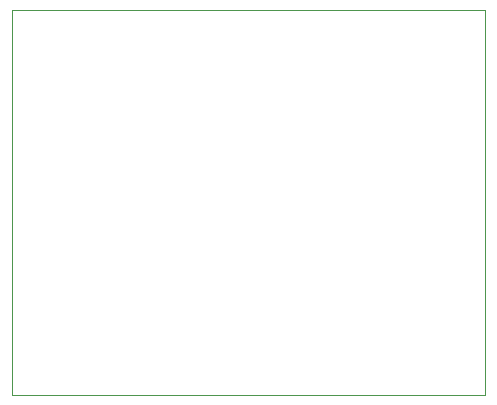
<source format=gbr>
%TF.GenerationSoftware,KiCad,Pcbnew,7.0.1-0*%
%TF.CreationDate,2023-10-24T00:04:38+02:00*%
%TF.ProjectId,SMT-32,534d542d-3332-42e6-9b69-6361645f7063,rev?*%
%TF.SameCoordinates,Original*%
%TF.FileFunction,Profile,NP*%
%FSLAX46Y46*%
G04 Gerber Fmt 4.6, Leading zero omitted, Abs format (unit mm)*
G04 Created by KiCad (PCBNEW 7.0.1-0) date 2023-10-24 00:04:38*
%MOMM*%
%LPD*%
G01*
G04 APERTURE LIST*
%TA.AperFunction,Profile*%
%ADD10C,0.100000*%
%TD*%
G04 APERTURE END LIST*
D10*
X78000000Y-23450000D02*
X118000000Y-23450000D01*
X118000000Y-56000000D01*
X78000000Y-56000000D01*
X78000000Y-23450000D01*
M02*

</source>
